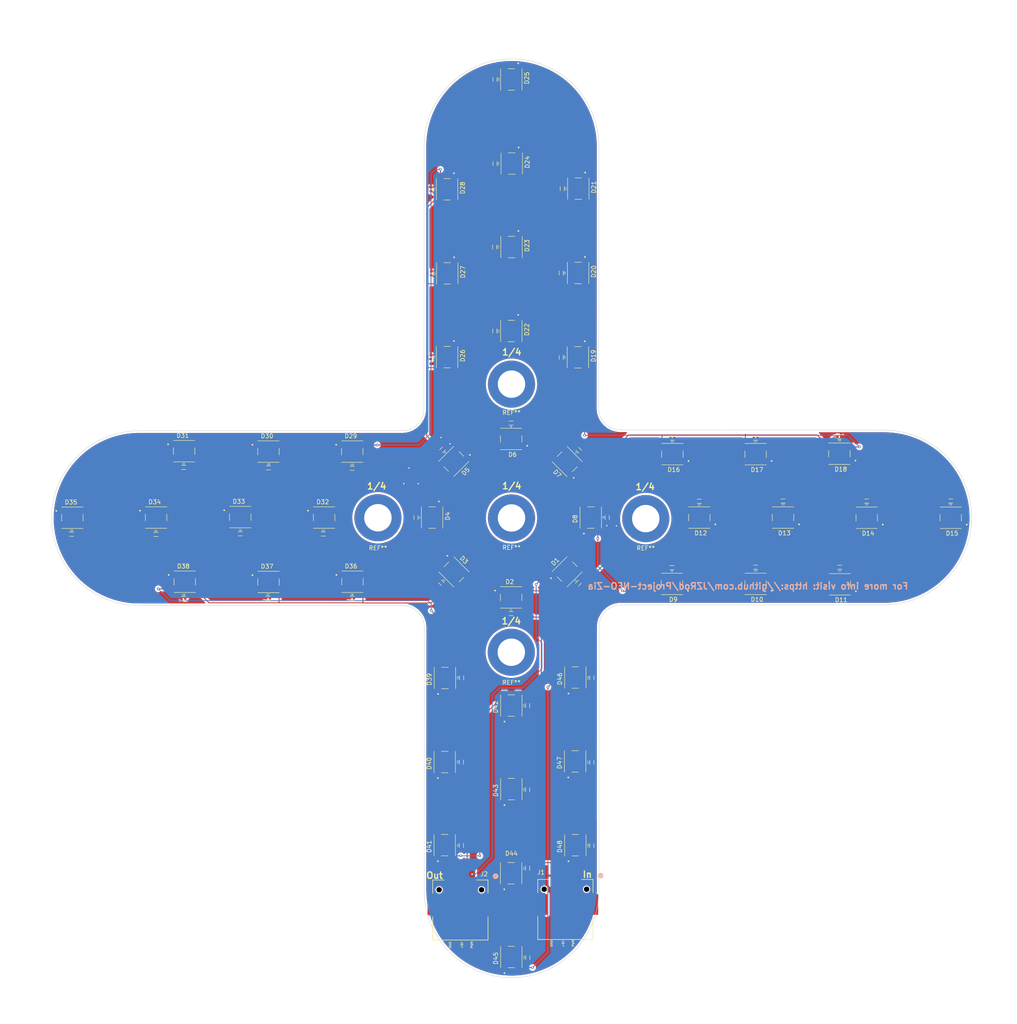
<source format=kicad_pcb>
(kicad_pcb (version 20241229) (generator "pcbnew") (generator_version "9.0")
  (title_block (title "Project NEO Zia") (date "5/17/2025") (rev "1.5"))
  (layers (0 "F.Cu" signal) (2 "B.Cu" signal) (13 "F.Paste" user) (15 "B.Paste" user) (5 "F.SilkS" user "F.Silkscreen") (7 "B.SilkS" user "B.Silkscreen") (1 "F.Mask" user) (3 "B.Mask" user) (25 "Edge.Cuts" user))
  (net 0 "")
  (net 1 "Net-(D1-DIN)")
  (net 2 "GND")
  (net 3 "Net-(D1-DOUT)")
  (net 4 "+5V")
  (net 5 "Net-(D2-DIN)")
  (net 6 "Net-(D10-DIN)")
  (net 7 "Net-(D3-DIN)")
  (net 8 "Net-(D5-DIN)")
  (net 9 "Net-(D6-DIN)")
  (net 10 "Net-(D4-DIN)")
  (net 11 "Net-(D7-DIN)")
  (net 12 "Net-(D10-DOUT)")
  (net 13 "Net-(D17-DIN)")
  (net 14 "Net-(D11-DIN)")
  (net 15 "Net-(D8-DIN)")
  (net 16 "Net-(D18-DIN)")
  (net 17 "Net-(D12-DIN)")
  (net 18 "Net-(D13-DIN)")
  (net 19 "Net-(D19-DIN)")
  (net 20 "Net-(D14-DIN)")
  (net 21 "Net-(D15-DIN)")
  (net 22 "Net-(D16-DIN)")
  (net 23 "Net-(D20-DIN)")
  (net 24 "Net-(D27-DIN)")
  (net 25 "Net-(D21-DIN)")
  (net 26 "Net-(D28-DIN)")
  (net 27 "Net-(D22-DIN)")
  (net 28 "Net-(D29-DIN)")
  (net 29 "Net-(D23-DIN)")
  (net 30 "Net-(D24-DIN)")
  (net 31 "Net-(D25-DIN)")
  (net 32 "Net-(D26-DIN)")
  (net 33 "Net-(D30-DIN)")
  (net 34 "Net-(D34-DIN)")
  (net 35 "Net-(D31-DIN)")
  (net 36 "Net-(D32-DIN)")
  (net 37 "Net-(D37-DIN)")
  (net 38 "Net-(D33-DIN)")
  (net 39 "Net-(D38-DIN)")
  (net 40 "Net-(D36-DIN)")
  (net 41 "Net-(D39-DIN)")
  (net 42 "Net-(D40-DIN)")
  (net 43 "Net-(D41-DIN)")
  (net 44 "Net-(D42-DIN)")
  (net 45 "Net-(D43-DIN)")
  (net 46 "Net-(D44-DIN)")
  (net 47 "Net-(D45-DIN)")
  (net 48 "Net-(D46-DIN)")
  (net 49 "Net-(D47-DIN)")
  (net 50 "Net-(D48-DIN)")
  (net 51 "unconnected-(D35-DOUT-Pad4)")
  (footprint "CustomParts:LED_1655" (layer "F.Cu") (at 212.95 233.3625 90)
    (property "Reference" "D44")
    (property "Value" "1655 NeoPixel")
  )
  (footprint "CustomParts:LED_1655" (layer "F.Cu") (at 289.6125 135.4 180)
    (property "Reference" "D18")
    (property "Value" "1655 NeoPixel")
  )
  (footprint "CustomParts:CAPC1005X55N" (layer "F.Cu") (at 296 146.45)
    (property "Reference" "C14")
    (property "Value" "C_Small")
  )
  (footprint "CustomParts:LED_1655" (layer "F.Cu") (at 156.3 165.35)
    (property "Reference" "D37")
    (property "Value" "1655 NeoPixel")
  )
  (footprint "CustomParts:LED_1655" (layer "F.Cu") (at 228.65 73.4875 -90)
    (property "Reference" "D21")
    (property "Value" "1655 NeoPixel")
  )
  (footprint "CustomParts:CAPC1005X55N" (layer "F.Cu") (at 276.45 146.45)
    (property "Reference" "C13")
    (property "Value" "C_Small")
  )
  (footprint "CustomParts:CAPC1005X55N" (layer "F.Cu") (at 216.8 213.85 -90)
    (property "Reference" "C43")
    (property "Value" "C_Small")
  )
  (footprint "CustomParts:LED_1655" (layer "F.Cu") (at 228.6 93.2 -90)
    (property "Reference" "D20")
    (property "Value" "1655 NeoPixel")
  )
  (footprint "CustomParts:LED_1655" (layer "F.Cu") (at 231.55 150.3 90)
    (property "Reference" "D8")
    (property "Value" "1655 NeoPixel")
  )
  (footprint "CustomParts:CAPC1005X55N" (layer "F.Cu") (at 130 154.25 180)
    (property "Reference" "C34")
    (property "Value" "C_Small")
  )
  (footprint "CustomParts:CAPC1005X55N" (layer "F.Cu") (at 136.45 169.2 180)
    (property "Reference" "C38")
    (property "Value" "C_Small")
  )
  (footprint "CustomParts:CAPC1005X55N" (layer "F.Cu") (at 270.05 161.9)
    (property "Reference" "C10")
    (property "Value" "C_Small")
  )
  (footprint "CustomParts:CAPC1005X55N" (layer "F.Cu") (at 149.7 154.1 180)
    (property "Reference" "C33")
    (property "Value" "C_Small")
  )
  (footprint "CustomParts:CAPC1005X55N" (layer "F.Cu") (at 194.2 73.65 90)
    (property "Reference" "C28")
    (property "Value" "C_Small")
  )
  (footprint "CustomParts:CAPC1005X55N" (layer "F.Cu") (at 136.5 138.6 180)
    (property "Reference" "C31")
    (property "Value" "C_Small")
  )
  (footprint "CustomParts:CONN3_5-147278-2_TEC" (layer "F.Cu") (at 201.1 241.95 180)
    (property "Reference" "J2")
    (property "Value" "5-147278-2")
  )
  (footprint "CustomParts:LED_1655" (layer "F.Cu") (at 213 252.9125 90)
    (property "Reference" "D45")
    (property "Value" "1655 NeoPixel")
  )
  (footprint "CustomParts:LED_1655" (layer "F.Cu") (at 156.2875 134.9)
    (property "Reference" "D30")
    (property "Value" "1655 NeoPixel")
  )
  (footprint "CustomParts:LED_1655" (layer "F.Cu") (at 296 150.35 180)
    (property "Reference" "D14")
    (property "Value" "1655 NeoPixel")
  )
  (footprint "CustomParts:CAPC1005X55N" (layer "F.Cu") (at 209.1 87.15 90)
    (property "Reference" "C23")
    (property "Value" "C_Small")
  )
  (footprint "CustomParts:LED_1655" (layer "F.Cu") (at 175.85 134.9)
    (property "Reference" "D29")
    (property "Value" "1655 NeoPixel")
  )
  (footprint "CustomParts:CAPC1005X55N" (layer "F.Cu") (at 209.15 106.75 90)
    (property "Reference" "C22")
    (property "Value" "C_Small")
  )
  (footprint "CustomParts:LED_1655" (layer "F.Cu") (at 175.9 165.3)
    (property "Reference" "D36")
    (property "Value" "1655 NeoPixel")
  )
  (footprint "CustomParts:LED_1655" (layer "F.Cu") (at 130.05 150.3)
    (property "Reference" "D34")
    (property "Value" "1655 NeoPixel")
  )
  (footprint "CustomParts:CAPC1005X55N" (layer "F.Cu") (at 231.8 187.72 -90)
    (property "Reference" "C46")
    (property "Value" "C_Small")
  )
  (footprint "CustomParts:CAPC1005X55N" (layer "F.Cu") (at 250.6 131.75)
    (property "Reference" "C16")
    (property "Value" "C_Small")
  )
  (footprint "CustomParts:CAPC1005X55N" (layer "F.Cu") (at 289.7 161.9)
    (property "Reference" "C11")
    (property "Value" "C_Small")
  )
  (footprint "CustomParts:CAPC1005X55N" (layer "F.Cu") (at 228.75 134.6 -45)
    (property "Reference" "C7")
    (property "Value" "C_Small")
  )
  (footprint "CustomParts:CAPC1005X55N" (layer "F.Cu") (at 190.75 150.3 90)
    (property "Reference" "C4")
    (property "Value" "C_Small")
  )
  (footprint "CustomParts:LED_1655" (layer "F.Cu") (at 149.7 150.2)
    (property "Reference" "D33")
    (property "Value" "1655 NeoPixel")
  )
  (footprint "CustomParts:CAPC1005X55N" (layer "F.Cu") (at 270.05 131.75)
    (property "Reference" "C17")
    (property "Value" "C_Small")
  )
  (footprint "CustomParts:LED_1655" (layer "F.Cu") (at 289.7125 165.9 180)
    (property "Reference" "D11")
    (property "Value" "1655 NeoPixel")
  )
  (footprint "CustomParts:CAPC1005X55N" (layer "F.Cu") (at 228.675 165.625 -135)
    (property "Reference" "C1")
    (property "Value" "C_Small")
  )
  (footprint "CustomParts:CAPC1005X55N" (layer "F.Cu") (at 156.3 138.7 180)
    (property "Reference" "C30")
    (property "Value" "C_Small")
  )
  (footprint "CustomParts:CAPC1005X55N" (layer "F.Cu") (at 224.65 93.2 90)
    (property "Reference" "C20")
    (property "Value" "C_Small")
  )
  (footprint "CustomParts:LED_1655" (layer "F.Cu") (at 212.95 168.95)
    (property "Reference" "D2")
    (property "Value" "1655 NeoPixel")
  )
  (footprint "CustomParts:LED_1655" (layer "F.Cu") (at 228.55 112.8875 -90)
    (property "Reference" "D19")
    (property "Value" "1655 NeoPixel")
  )
  (footprint "CustomParts:LED_1655" (layer "F.Cu") (at 226.05 162.95 45)
    (property "Reference" "D1")
    (property "Value" "1655 NeoPixel")
  )
  (footprint "MountingHole:MountingHole_6.4mm_M6_DIN965_Pad" (layer "F.Cu") (at 213.05 119.15)
    (property "Reference" "REF**")
    (property "Value" "MountingHole_6.4mm_M6_DIN965_Pad")
  )
  (footprint "CustomParts:CAPC1005X55N" (layer "F.Cu") (at 216.85 253.05 -90)
    (property "Reference" "C45")
    (property "Value" "C_Small")
  )
  (footprint "CustomParts:LED_1655" (layer "F.Cu") (at 197.45 207.4 90)
    (property "Reference" "D40")
    (property "Value" "1655 NeoPixel")
  )
  (footprint "CustomParts:LED_1655" (layer "F.Cu") (at 213.05 87.1375 -90)
    (property "Reference" "D23")
    (property "Value" "1655 NeoPixel")
  )
  (footprint "CustomParts:CAPC1005X55N" (layer "F.Cu") (at 156.2 169.15 180)
    (property "Reference" "C37")
    (property "Value" "C_Small")
  )
  (footprint "CustomParts:LED_1655" (layer "F.Cu") (at 212.9625 131.95 180)
    (property "Reference" "D6")
    (property "Value" "1655 NeoPixel")
  )
  (footprint "CustomParts:LED_1655" (layer "F.Cu") (at 213 48 -90)
    (property "Reference" "D25")
    (property "Value" "1655 NeoPixel")
  )
  (footprint "CustomParts:CAPC1005X55N" (layer "F.Cu") (at 212.95 128.25)
    (property "Reference" "C6")
    (property "Value" "C_Small")
  )
  (footprint "CustomParts:LED_1655" (layer "F.Cu") (at 227.95 187.65 90)
    (property "Reference" "D46")
    (property "Value" "1655 NeoPixel")
  )
  (footprint "CustomParts:CAPC1005X55N" (layer "F.Cu") (at 209.2 67.65 90)
    (property "Reference" "C24")
    (property "Value" "C_Small")
  )
  (footprint "CustomParts:CAPC1005X55N" (layer "F.Cu") (at 196.675 165.525 135)
    (property "Reference" "C3")
    (property "Value" "C_Small")
  )
  (footprint "CustomParts:CAPC1005X55N" (layer "F.Cu") (at 231.8 207.45 -90)
    (property "Reference" "C47")
    (property "Value" "C_Small")
  )
  (footprint "CustomParts:LED_1655" (layer "F.Cu") (at 194.5 150.3 -90)
    (property "Reference" "D4")
    (property "Value" "1655 NeoPixel")
  )
  (footprint "CustomParts:CAPC1005X55N" (layer "F.Cu") (at 201.35 226.85 -90)
    (property "Reference" "C41")
    (property "Value" "C_Small")
  )
  (footprint "CustomParts:CAPC1005X55N" (layer "F.Cu") (at 224.9 73.5 90)
    (property "Reference" "C21")
    (property "Value" "C_Small")
  )
  (footprint "CustomParts:CAPC1005X55N" (layer "F.Cu") (at 216.8 194.2 -90)
    (property "Reference" "C42")
    (property "Value" "C_Small")
  )
  (footprint "CustomParts:CAPC1005X55N" (layer "F.Cu") (at 175.85 138.8 180)
    (property "Reference" "C29")
    (property "Value" "C_Small")
  )
  (footprint "MountingHole:MountingHole_6.4mm_M6_DIN965_Pad" (layer "F.Cu") (at 213 181.75)
    (property "Reference" "REF**")
    (property "Value" "MountingHole_6.4mm_M6_DIN965_Pad")
  )
  (footprint "CustomParts:LED_1655" (layer "F.Cu") (at 199.601041 163.013782 -45)
    (property "Reference" "D3")
    (property "Value" "1655 NeoPixel")
  )
  (footprint "CustomParts:CAPC1005X55N" (layer "F.Cu") (at 169.1 154.15 180)
    (property "Reference" "C32")
    (property "Value" "C_Small")
  )
  (footprint "CustomParts:LED_1655" (layer "F.Cu") (at 226.05 137.25 135)
    (property "Reference" "D7")
    (property "Value" "1655 NeoPixel")
  )
  (footprint "CustomParts:CAPC1005X55N" (layer "F.Cu") (at 315.6 146.45)
    (property "Reference" "C15")
    (property "Value" "C_Small")
  )
  (footprint "CustomParts:CAPC1005X55N" (layer "F.Cu") (at 216.8 232.2 -90)
    (property "Reference" "C44")
    (property "Value" "C_Small")
  )
  (footprint "CustomParts:CAPC1005X55N" (layer "F.Cu") (at 224.65 112.9 90)
    (property "Reference" "C19")
    (property "Value" "C_Small")
  )
  (footprint "CustomParts:CAPC1005X55N" (layer "F.Cu") (at 196.925 134.5 45)
    (property "Reference" "C5")
    (property "Value" "C_Small")
  )
  (footprint "CustomParts:CONN3_5-147278-2_TEC" (layer "F.Cu") (at 225.631401 241.817091 180)
    (property "Reference" "J1")
    (property "Value" "5-147278-2")
  )
  (footprint "CustomParts:LED_1655" (layer "F.Cu") (at 227.9 207.25 90)
    (property "Reference" "D47")
    (property "Value" "1655 NeoPixel")
  )
  (footprint "CustomParts:LED_1655" (layer "F.Cu") (at 315.6 150.35 180)
    (property "Reference" "D15")
    (property "Value" "1655 NeoPixel")
  )
  (footprint "MountingHole:MountingHole_6.4mm_M6_DIN965_Pad" (layer "F.Cu") (at 244.4 150.55 180)
    (property "Reference" "REF**")
    (property "Value" "MountingHole_6.4mm_M6_DIN965_Pad")
  )
  (footprint "CustomParts:CAPC1005X55N" (layer "F.Cu") (at 201.4 187.75 -90)
    (property "Reference" "C39")
    (property "Value" "C_Small")
  )
  (footprint "CustomParts:LED_1655" (layer "F.Cu") (at 169.2875 150.3)
    (property "Reference" "D32")
    (property "Value" "1655 NeoPixel")
  )
  (footprint "MountingHole:MountingHole_6.4mm_M6_DIN965_Pad" (layer "F.Cu") (at 213.05 150.4)
    (property "Reference" "REF**")
    (property "Value" "MountingHole_6.4mm_M6_DIN965_Pad")
  )
  (footprint "CustomParts:CAPC1005X55N" (layer "F.Cu") (at 256.9 146.5)
    (property "Reference" "C12")
    (property "Value" "C_Small")
  )
  (footprint "CustomParts:LED_1655" (layer "F.Cu") (at 199.55 137.2 -135)
    (property "Reference" "D5")
    (property "Value" "1655 NeoPixel")
  )
  (footprint "CustomParts:LED_1655" (layer "F.Cu") (at 250.5125 165.8 180)
    (property "Reference" "D9")
    (property "Value" "1655 NeoPixel")
  )
  (footprint "CustomParts:CAPC1005X55N" (layer "F.Cu") (at 235.4 150.3 -90)
    (property "Reference" "C8")
    (property "Value" "C_Small")
  )
  (footprint "CustomParts:LED_1655" (layer "F.Cu") (at 213.1 67.6375 -90)
    (property "Reference" "D24")
    (property "Value" "1655 NeoPixel")
  )
  (footprint "CustomParts:CAPC1005X55N" (layer "F.Cu") (at 194.3 93.3 90)
    (property "Reference" "C27")
    (property "Value" "C_Small")
  )
  (footprint "CustomParts:CAPC1005X55N" (layer "F.Cu") (at 212.95 172.725 180)
    (property "Reference" "C2")
    (property "Value" "C_Small")
  )
  (footprint "CustomParts:LED_1655" (layer "F.Cu") (at 213 213.7125 90)
    (property "Reference" "D43")
    (property "Value" "1655 NeoPixel")
  )
  (footprint "CustomParts:LED_1655" (layer "F.Cu") (at 197.45 226.8 90)
    (property "Reference" "D41")
    (property "Value" "1655 NeoPixel")
  )
  (footprint "CustomParts:LED_1655" (layer "F.Cu") (at 276.45 150.3 180)
    (property "Reference" "D13")
    (property "Value" "1655 NeoPixel")
  )
  (footprint "CustomParts:CAPC1005X55N" (layer "F.Cu") (at 110.3 154.2 180)
    (property "Reference" "C35")
    (property "Value" "C_Small")
  )
  (footprint "CustomParts:LED_1655" (layer "F.Cu") (at 250.6125 135.5 180)
    (property "Reference" "D16")
    (property "Value" "1655 NeoPixel")
  )
  (footprint "CustomParts:CAPC1005X55N" (layer "F.Cu") (at 175.8 169.15 180)
    (property "Reference" "C36")
    (property "Value" "C_Small")
  )
  (footprint "CustomParts:CAPC1005X55N" (layer "F.Cu") (at 289.6 131.45)
    (property "Reference" "C18")
    (property "Value" "C_Small")
  )
  (footprint "CustomParts:CAPC1005X55N" (layer "F.Cu") (at 231.8 226.9 -90)
    (property "Reference" "C48")
    (property "Value" "C_Small")
  )
  (footprint "CustomParts:LED_1655" (layer "F.Cu") (at 198 112.8375 -90)
    (property "Reference" "D26")
    (property "Value" "1655 NeoPixel")
  )
  (footprint "CustomParts:LED_1655" (layer "F.Cu") (at 227.95 226.8125 90)
    (property "Reference" "D48")
    (property "Value" "1655 NeoPixel")
  )
  (footprint "CustomParts:LED_1655" (layer "F.Cu") (at 136.7375 165.3)
    (property "Reference" "D38")
    (property "Value" "1655 NeoPixel")
  )
  (footprint "CustomParts:CAPC1005X55N" (layer "F.Cu") (at 194.2 112.85 90)
    (property "Reference" "C26")
    (property "Value" "C_Small")
  )
  (footprint "CustomParts:LED_1655" (layer "F.Cu") (at 136.6 134.8)
    (property "Reference" "D31")
    (property "Value" "1655 NeoPixel")
  )
  (footprint "CustomParts:LED_1655" (layer "F.Cu") (at 213 106.75 -90)
    (property "Reference" "D22")
    (property "Value" "1655 NeoPixel")
  )
  (footprint "CustomParts:CAPC1005X55N" (layer "F.Cu") (at 201.35 207.4 -90)
    (property "Reference" "C40")
    (property "Value" "C_Small")
  )
  (footprint "CustomParts:LED_1655" (layer "F.Cu") (at 197.5 187.7625 90)
    (property "Reference" "D39")
    (property "Value" "1655 NeoPixel")
  )
  (footprint "CustomParts:LED_1655" (layer "F.Cu") (at 198 73.65 -90)
    (property "Reference" "D28")
    (property "Value" "1655 NeoPixel")
  )
  (footprint "CustomParts:CAPC1005X55N" (layer "F.Cu") (at 209.2 48 90)
    (property "Reference" "C25")
    (property "Value" "C_Small")
  )
  (footprint "CustomParts:LED_1655" (layer "F.Cu") (at 198.05 93.2875 -90)
    (property "Reference" "D27")
    (property "Value" "1655 NeoPixel")
  )
  (footprint "CustomParts:CAPC1005X55N" (layer "F.Cu") (at 250.5 162)
    (property "Reference" "C9")
    (property "Value" "C_Small")
  )
  (footprint "CustomParts:LED_1655" (layer "F.Cu") (at 270.05 135.5 180)
    (property "Reference" "D17")
    (property "Value" "1655 NeoPixel")
  )
  (footprint "MountingHole:MountingHole_6.4mm_M6_DIN965_Pad" (layer "F.Cu") (at 181.85 150.35)
    (property "Reference" "REF**")
    (property "Value" "MountingHole_6.4mm_M6_DIN965_Pad")
  )
  (footprint "CustomParts:LED_1655" (layer "F.Cu") (at 270.05 165.8 180)
    (property "Reference" "D10")
    (property "Value" "1655 NeoPixel")
  )
  (footprint "CustomParts:LED_1655" (layer "F.Cu") (at 110.5 150.35)
    (property "Reference" "D35")
    (property "Value" "1655 NeoPixel")
  )
  (footprint "CustomParts:LED_1655" (layer "F.Cu") (at 213 194.2 90)
    (property "Reference" "D42")
    (property "Value" "1655 NeoPixel")
  )
  (footprint "CustomParts:LED_1655" (layer "F.Cu") (at 256.9 150.3 180)
    (property "Reference" "D12")
    (property "Value" "1655 NeoPixel")
  )
  (gr_arc (start 126.05 170.85) (mid 105.65 150.45) (end 126.05 130.05) (stroke (width 0.1)) (layer "Edge.Cuts"))
  (gr_arc (start 233.45 237.35) (mid 213.05 257.75) (end 192.65 237.35) (stroke (width 0.1)) (layer "Edge.Cuts"))
  (gr_line (start 187.593755 170.9) (end 126.05 170.85) (stroke (width 0.1)) (layer "Edge.Cuts"))
  (gr_arc (start 233.506245 175.8) (mid 235 172.193755) (end 238.606245 170.7) (stroke (width 0.1)) (layer "Edge.Cuts"))
  (gr_arc (start 192.649755 63.600245) (mid 213.05 43.2) (end 233.450245 63.600245) (stroke (width 0.1)) (layer "Edge.Cuts"))
  (gr_line (start 300.1 129.9) (end 238.506245 129.843755) (stroke (width 0.1)) (layer "Edge.Cuts"))
  (gr_line (start 300.1 170.7) (end 238.606245 170.7) (stroke (width 0.1)) (layer "Edge.Cuts"))
  (gr_line (start 233.406245 124.75) (end 233.450245 63.600245) (stroke (width 0.1)) (layer "Edge.Cuts"))
  (gr_arc (start 192.6 124.95) (mid 191.106245 128.556245) (end 187.5 130.05) (stroke (width 0.1)) (layer "Edge.Cuts"))
  (gr_line (start 192.65 237.35) (end 192.693755 176) (stroke (width 0.1)) (layer "Edge.Cuts"))
  (gr_arc (start 238.506245 129.843755) (mid 234.898185 128.351847) (end 233.406245 124.7438) (stroke (width 0.1)) (layer "Edge.Cuts"))
  (gr_line (start 233.450245 237.349755) (end 233.506245 175.8) (stroke (width 0.1)) (layer "Edge.Cuts"))
  (gr_arc (start 187.593755 170.9) (mid 191.2 172.393755) (end 192.693755 176) (stroke (width 0.1)) (layer "Edge.Cuts"))
  (gr_arc (start 300.1 129.9) (mid 320.5 150.3) (end 300.1 170.7) (stroke (width 0.1)) (layer "Edge.Cuts"))
  (gr_line (start 187.5 130.05) (end 126.05 130.05) (stroke (width 0.1)) (layer "Edge.Cuts"))
  (gr_line (start 192.601217 124.95) (end 192.649755 63.600245) (stroke (width 0.1)) (layer "Edge.Cuts"))
  (gr_text "GND" (at 199.025 250.95 90) (layer "F.SilkS") (effects (font (size 0.5 0.5) (thickness 0.1) (bold yes)) (justify left bottom)))
  (gr_text "PWM" (at 204.075 250.95 90) (layer "F.SilkS") (effects (font (size 0.5 0.5) (thickness 0.1) (bold yes)) (justify left bottom)))
  (gr_text "1/4" (at 179.15 143.85 0) (layer "F.SilkS") (effects (font (size 1.5 1.5) (thickness 0.3) (bold yes)) (justify left bottom)))
  (gr_text "PWM" (at 227.725 250.6 90) (layer "F.SilkS") (effects (font (size 0.5 0.5) (thickness 0.1) (bold yes)) (justify left bottom)))
  (gr_text "1/4" (at 241.85 144 0) (layer "F.SilkS") (effects (font (size 1.5 1.5) (thickness 0.3) (bold yes)) (justify left bottom)))
  (gr_text "In" (at 229.525 234.525 0) (layer "F.SilkS") (effects (font (size 1.5 1.5) (thickness 0.3) (bold yes)) (justify left bottom)))
  (gr_text "1/4" (at 210.6 175.35 0) (layer "F.SilkS") (effects (font (size 1.5 1.5) (thickness 0.3) (bold yes)) (justify left bottom)))
  (gr_text "GND" (at 222.675 250.6 90) (layer "F.SilkS") (effects (font (size 0.5 0.5) (thickness 0.1) (bold yes)) (justify left bottom)))
  (gr_text "1/4" (at 210.7 112.55 0) (layer "F.SilkS") (effects (font (size 1.5 1.5) (thickness 0.3) (bold yes)) (justify left bottom)))
  (gr_text "Out" (at 193 234.75 0) (layer "F.SilkS") (effects (font (size 1.5 1.5) (thickness 0.3) (bold yes)) (justify left bottom)))
  (gr_text "1/4" (at 210.7 143.8 0) (layer "F.SilkS") (effects (font (size 1.5 1.5) (thickness 0.3) (bold yes)) (justify left bottom)))
  (gr_text "+5V" (at 225.4 250.65 90) (layer "F.SilkS") (effects (font (size 0.5 0.5) (thickness 0.1) (bold yes)) (justify left bottom)))
  (gr_text "+5V" (at 201.75 251 90) (layer "F.SilkS") (effects (font (size 0.5 0.5) (thickness 0.1) (bold yes)) (justify left bottom)))
  (gr_text "For more info visit: https://github.com/JZRod/Project-NEO-Zia" (at 305.825 167.2 0) (layer "B.SilkS") (effects (font (size 1.5 1.5) (thickness 0.3) (bold yes)) (justify left bottom mirror)))
  (segment (start 112.7 159.25) (end 108.05 154.6) (width 0.2) (layer "F.Cu") (net 0))
  (segment (start 173.85 159.25) (end 112.7 159.25) (width 0.2) (layer "F.Cu") (net 0))
  (segment (start 178.35 163.75) (end 173.85 159.25) (width 0.2) (layer "F.Cu") (net 0))
  (segment (start 108.05 154.6) (end 108.05 152) (width 0.2) (layer "F.Cu") (net 0))
  (segment (start 223.862741 167.4) (end 225.398959 165.863782) (width 0.2) (layer "F.Cu") (net 1))
  (segment (start 215.4 167.4) (end 223.862741 167.4) (width 0.2) (layer "F.Cu") (net 1))
  (via (at 187.9 142.4) (size 0.6) (drill 0.3) (layers "F.Cu" "B.Cu") (net 2))
  (via (at 196.6 131.6) (size 0.6) (drill 0.3) (layers "F.Cu" "B.Cu") (net 2))
  (via (at 189.1 138.75) (size 0.6) (drill 0.3) (layers "F.Cu" "B.Cu") (net 2))
  (via (at 191.25 142.4) (size 0.6) (drill 0.3) (layers "F.Cu" "B.Cu") (net 2))
  (via (at 237.55 152.25) (size 0.6) (drill 0.3) (layers "F.Cu" "B.Cu") (net 2))
  (via (at 235.3 152.2) (size 0.6) (drill 0.3) (layers "F.Cu" "B.Cu") (net 2))
  (via (at 198.7 133.1) (size 0.6) (drill 0.3) (layers "F.Cu" "B.Cu") (net 2))
  (segment (start 203.85 233.575) (end 203.865 233.59) (width 0.2) (layer "F.Cu") (net 3))
  (segment (start 226.601041 160.136218) (end 224.563782 160.136218) (width 0.2) (layer "F.Cu") (net 3))
  (segment (start 203.865 233.59) (end 203.865 235.975) (width 0.2) (layer "F.Cu") (net 3))
  (segment (start 218.8 165.9) (end 224.563782 160.136218) (width 0.2) (layer "F.Cu") (net 3))
  (via (at 203.85 233.575) (size 0.6) (drill 0.3) (layers "F.Cu" "B.Cu") (net 3))
  (via (at 218.8 165.9) (size 0.6) (drill 0.3) (layers "F.Cu" "B.Cu") (net 3))
  (segment (start 210.2 190.1) (end 208.55 191.75) (width 0.2) (layer "B.Cu") (net 3))
  (segment (start 208.55 191.75) (end 208.55 229.65) (width 0.2) (layer "B.Cu") (net 3))
  (segment (start 220.15 185.6) (end 215.65 190.1) (width 0.2) (layer "B.Cu") (net 3))
  (segment (start 220.15 179.55) (end 220.15 185.6) (width 0.2) (layer "B.Cu") (net 3))
  (segment (start 215.65 190.1) (end 210.2 190.1) (width 0.2) (layer "B.Cu") (net 3))
  (segment (start 218.8 165.9) (end 218.8 178.2) (width 0.2) (layer "B.Cu") (net 3))
  (segment (start 208.55 229.65) (end 206.075 232.125) (width 0.2) (layer "B.Cu") (net 3))
  (segment (start 206.075 232.15) (end 204.65 233.575) (width 0.2) (layer "B.Cu") (net 3))
  (segment (start 206.075 232.125) (end 206.075 232.15) (width 0.2) (layer "B.Cu") (net 3))
  (segment (start 218.8 178.2) (end 220.15 179.55) (width 0.2) (layer "B.Cu") (net 3))
  (segment (start 204.65 233.575) (end 203.85 233.575) (width 0.2) (layer "B.Cu") (net 3))
  (segment (start 177.05 157.15) (end 189.65 157.15) (width 0.2) (layer "F.Cu") (net 4))
  (segment (start 232.749 205.05) (end 232.749 185.25) (width 0.2) (layer "F.Cu") (net 4))
  (segment (start 293.65 145.6) (end 310.1 145.6) (width 0.2) (layer "F.Cu") (net 4))
  (segment (start 293.6 148.7) (end 293.6 145.65) (width 0.2) (layer "F.Cu") (net 4))
  (segment (start 178.3 136.55) (end 178.3 140.15) (width 0.2) (layer "F.Cu") (net 4))
  (segment (start 201.1 232.1) (end 202.7 230.5) (width 0.2) (layer "F.Cu") (net 4))
  (segment (start 171.8 155.45) (end 152.25 155.45) (width 0.2) (layer "F.Cu") (net 4))
  (segment (start 193.343935 115.3) (end 193.293935 115.25) (width 0.2) (layer "F.Cu") (net 4))
  (segment (start 171.75 151.95) (end 171.75 155.4) (width 0.2) (layer "F.Cu") (net 4))
  (segment (start 176.28 138.8) (end 176.28 138.57) (width 0.2) (layer "F.Cu") (net 4))
  (segment (start 202.75 173.15) (end 202.75 185.3) (width 0.2) (layer "F.Cu") (net 4))
  (segment (start 130.48 154.25) (end 132.55 152.18) (width 0.2) (layer "F.Cu") (net 4))
  (segment (start 142.4 170.2) (end 139.15 166.95) (width 0.2) (layer "F.Cu") (net 4))
  (segment (start 218.15 211.3) (end 218.2 211.25) (width 0.2) (layer "F.Cu") (net 4))
  (segment (start 196 133.95) (end 194.425 135.525) (width 0.2) (layer "F.Cu") (net 4))
  (segment (start 287.25 164.3) (end 289.27 162.28) (width 0.2) (layer "F.Cu") (net 4))
  (segment (start 232.749 204.9) (end 232.749 205.05) (width 0.2) (layer "F.Cu") (net 4))
  (segment (start 227.835178 132.1) (end 227.85 132.1) (width 0.2) (layer "F.Cu") (net 4))
  (segment (start 214.83 250.5) (end 214.6 250.5) (width 0.2) (layer "F.Cu") (net 4))
  (segment (start 193.292688 113.75) (end 193.277684 95.7) (width 0.2) (layer "F.Cu") (net 4))
  (segment (start 197.05 167.45) (end 202.75 173.15) (width 0.2) (layer "F.Cu") (net 4))
  (segment (start 310.1 145.6) (end 313.2 148.7) (width 0.2) (layer "F.Cu") (net 4))
  (segment (start 288.4 131.45) (end 289.22 131.45) (width 0.2) (layer "F.Cu") (net 4))
  (segment (start 197 167.4) (end 197.05 167.45) (width 0.2) (layer "F.Cu") (net 4))
  (segment (start 222.3 173.55) (end 229.575 166.275) (width 0.2) (layer "F.Cu") (net 4))
  (segment (start 208.2 109.2) (end 208.2 113.75) (width 0.2) (layer "F.Cu") (net 4))
  (segment (start 178.4 140.25) (end 177.85 140.25) (width 0.2) (layer "F.Cu") (net 4))
  (segment (start 229.104056 165.295944) (end 229.104056 162.639233) (width 0.2) (layer "F.Cu") (net 4))
  (segment (start 236.4 144.05) (end 236.4 140.65) (width 0.2) (layer "F.Cu") (net 4))
  (segment (start 216.62 213.32) (end 214.6 211.3) (width 0.2) (layer "F.Cu") (net 4))
  (segment (start 208.2 89.45) (end 208.2 89.25) (width 0.2) (layer "F.Cu") (net 4))
  (segment (start 193.250793 129.850851) (end 193.243935 121.6) (width 0.2) (layer "F.Cu") (net 4))
  (segment (start 209.2 68.03) (end 209.43 68.03) (width 0.2) (layer "F.Cu") (net 4))
  (segment (start 156.73 169.15) (end 156.73 168.97) (width 0.2) (layer "F.Cu") (net 4))
  (segment (start 152.15 151.9) (end 152.15 155.35) (width 0.2) (layer "F.Cu") (net 4))
  (segment (start 202.7 204.85) (end 202.7 223.275) (width 0.2) (layer "F.Cu") (net 4))
  (segment (start 287.2 132.65) (end 287.2 133.8) (width 0.2) (layer "F.Cu") (net 4))
  (segment (start 178.3 140.15) (end 178.4 140.25) (width 0.2) (layer "F.Cu") (net 4))
  (segment (start 274 148.7) (end 274 145.6) (width 0.2) (layer "F.Cu") (net 4))
  (segment (start 274 148.7) (end 276.02 146.68) (width 0.2) (layer "F.Cu") (net 4))
  (segment (start 256.42 146.68) (end 254.4 148.7) (width 0.2) (layer "F.Cu") (net 4))
  (segment (start 208.2 89.25) (end 208.2 109.2) (width 0.2) (layer "F.Cu") (net 4))
  (segment (start 136.98 169.12) (end 139.15 166.95) (width 0.2) (layer "F.Cu") (net 4))
  (segment (start 193.267168 77.982832) (end 195.15 76.1) (width 0.2) (layer "F.Cu") (net 4))
  (segment (start 236.4 147.85) (end 236.4 144.05) (width 0.2) (layer "F.Cu") (net 4))
  (segment (start 194.425 135.539823) (end 194.425 135.525) (width 0.2) (layer "F.Cu") (net 4))
  (segment (start 178.35 170.25) (end 194.25 170.25) (width 0.2) (layer "F.Cu") (net 4))
  (segment (start 194.2 113.28) (end 193.762688 113.28) (width 0.2) (layer "F.Cu") (net 4))
  (segment (start 267.65 133.62) (end 269.67 131.6) (width 0.2) (layer "F.Cu") (net 4))
  (segment (start 214.6 191.7) (end 218.15 191.7) (width 0.2) (layer "F.Cu") (net 4))
  (segment (start 196.45 95.7) (end 193.277684 95.7) (width 0.2) (layer "F.Cu") (net 4))
  (segment (start 249.85 145.6) (end 248.3 144.05) (width 0.2) (layer "F.Cu") (net 4))
  (segment (start 229.55 223.299) (end 229.55 224.4) (width 0.2) (layer "F.Cu") (net 4))
  (segment (start 254.4 145.6) (end 274 145.6) (width 0.2) (layer "F.Cu") (net 4))
  (segment (start 177.85 140.25) (end 158.85 140.25) (width 0.2) (layer "F.Cu") (net 4))
  (segment (start 201.17 187.37) (end 199.15 185.35) (width 0.2) (layer "F.Cu") (net 4))
  (segment (start 196.4 115.3) (end 193.343935 115.3) (width 0.2) (layer "F.Cu") (net 4))
  (segment (start 267.65 164.2) (end 267.65 159.55) (width 0.2) (layer "F.Cu") (net 4))
  (segment (start 287.2 132.65) (end 288.4 131.45) (width 0.2) (layer "F.Cu") (net 4))
  (segment (start 150.08 154.1) (end 150.08 153.97) (width 0.2) (layer "F.Cu") (net 4))
  (segment (start 247.95 159.45) (end 248.05 159.55) (width 0.2) (layer "F.Cu") (net 4))
  (segment (start 232.749 185.25) (end 232.749 169.449) (width 0.2) (layer "F.Cu") (net 4))
  (segment (start 250.22 131.65) (end 250.22 131.88) (width 0.2) (layer "F.Cu") (net 4))
  (segment (start 176.33 168.97) (end 178.35 166.95) (width 0.2) (layer "F.Cu") (net 4))
  (segment (start 202.8 127.15) (end 196 133.95) (width 0.2) (layer "F.Cu") (net 4))
  (segment (start 202.7 185.35) (end 202.7 204.85) (width 0.2) (layer "F.Cu") (net 4))
  (segment (start 216.425 236.475) (end 218.2 234.7) (width 0.2) (layer "F.Cu") (net 4))
  (segment (start 218.2 230.95) (end 218.2 230.1) (width 0.2) (layer "F.Cu") (net 4))
  (segment (start 158.75 166.95) (end 158.75 170.2) (width 0.2) (layer "F.Cu") (net 4))
  (segment (start 197 167.4) (end 198.614823 167.4) (width 0.2) (layer "F.Cu") (net 4))
  (segment (start 216.8 193.72) (end 216.62 193.72) (width 0.2) (layer "F.Cu") (net 4))
  (segment (start 227 95.65) (end 222.95 95.65) (width 0.2) (layer "F.Cu") (net 4))
  (segment (start 211.45 89.6) (end 208.35 89.6) (width 0.2) (layer "F.Cu") (net 4))
  (segment (start 202.7 230.5) (end 202.7 223.275) (width 0.2) (layer "F.Cu") (net 4))
  (segment (start 156.83 138.7) (end 156.83 138.42) (width 0.2) (layer "F.Cu") (net 4))
  (segment (start 189.65 160.05) (end 197 167.4) (width 0.2) (layer "F.Cu") (net 4))
  (segment (start 254.4 145.6) (end 249.85 145.6) (width 0.2) (layer "F.Cu") (net 4))
  (segment (start 250.22 131.88) (end 248.2 133.9) (width 0.2) (layer "F.Cu") (net 4))
  (segment (start 199.05 224.39) (end 202.69 224.39) (width 0.2) (layer "F.Cu") (net 4))
  (segment (start 209.1 87.58) (end 209.43 87.58) (width 0.2) (layer "F.Cu") (net 4))
  (segment (start 210.55 130.4) (end 210.55 127.15) (width 0.2) (layer "F.Cu") (net 4))
  (segment (start 150.08 153.97) (end 152.15 151.9) (width 0.2) (layer "F.Cu") (net 4))
  (segment (start 136.98 169.2) (end 136.98 169.12) (width 0.2) (layer "F.Cu") (net 4))
  (segment (start 217.85 230.9) (end 218.15 230.9) (width 0.2) (layer "F.Cu") (net 4))
  (segment (start 222.95 80) (end 227.05 75.9) (width 0.2) (layer "F.Cu") (net 4))
  (segment (start 225.631401 233.920409) (end 225.631401 232.781401) (width 0.2) (layer "F.Cu") (net 4))
  (segment (start 236.4 159.45) (end 247.95 159.45) (width 0.2) (layer "F.Cu") (net 4))
  (segment (start 233.2 147.85) (end 236.4 147.85) (width 0.2) (layer "F.Cu") (net 4))
  (segment (start 201.35 206.92) (end 201.12 206.92) (width 0.2) (layer "F.Cu") (net 4))
  (segment (start 227.05 75.9) (end 225.03 73.88) (width 0.2) (layer "F.Cu") (net 4))
  (segment (start 208.25 70.05) (end 208.2 70) (width 0.2) (layer "F.Cu") (net 4))
  (segment (start 158.7 136.55) (end 158.7 140.1) (width 0.2) (layer "F.Cu") (net 4))
  (segment (start 215.4075 231.77) (end 214.55 230.9125) (width 0.2) (layer "F.Cu") (net 4))
  (segment (start 293.6 148.47) (end 295.62 146.45) (width 0.2) (layer "F.Cu") (net 4))
  (segment (start 132.55 155.45) (end 116.4 155.45) (width 0.2) (layer "F.Cu") (net 4))
  (segment (start 225.689234 134.245944) (end 225.49896 134.436218) (width 0.2) (layer "F.Cu") (net 4))
  (segment (start 201.03 226.37) (end 201.35 226.37) (width 0.2) (layer "F.Cu") (net 4))
  (segment (start 175.35 155.45) (end 177.05 157.15) (width 0.2) (layer "F.Cu") (net 4))
  (segment (start 209.38 107.18) (end 211.4 109.2) (width 0.2) (layer "F.Cu") (net 4))
  (segment (start 116.4 155.45) (end 112.95 152) (width 0.2) (layer "F.Cu") (net 4))
  (segment (start 214.6 230.9) (end 217.85 230.9) (width 0.2) (layer "F.Cu") (net 4))
  (segment (start 222.95 115.25) (end 222.95 95.65) (width 0.2) (layer "F.Cu") (net 4))
  (segment (start 177.85 140.25) (end 189.6 140.25) (width 0.2) (layer "F.Cu") (net 4))
  (segment (start 193.277684 95.7) (end 193.267168 83.049529) (width 0.2) (layer "F.Cu") (net 4))
  (segment (start 229.6 185.25) (end 232.749 185.25) (width 0.2) (layer "F.Cu") (net 4))
  (segment (start 137.03 138.47) (end 139.05 136.45) (width 0.2) (layer "F.Cu") (net 4))
  (segment (start 158.75 170.2) (end 142.4 170.2) (width 0.2) (layer "F.Cu") (net 4))
  (segment (start 201.4 187.37) (end 201.17 187.37) (width 0.2) (layer "F.Cu") (net 4))
  (segment (start 315.22 146.68) (end 315.22 146.45) (width 0.2) (layer "F.Cu") (net 4))
  (segment (start 229.9 134.15) (end 237.25 134.15) (width 0.2) (layer "F.Cu") (net 4))
  (segment (start 250.07 162.28) (end 248.05 164.3) (width 0.2) (layer "F.Cu") (net 4))
  (segment (start 205.85 127.15) (end 202.8 127.15) (width 0.2) (layer "F.Cu") (net 4))
  (segment (start 176.28 138.57) (end 178.3 136.55) (width 0.2) (layer "F.Cu") (net 4))
  (segment (start 178.3 170.2) (end 158.75 170.2) (width 0.2) (layer "F.Cu") (net 4))
  (segment (start 231.175 164.675) (end 236.4 159.45) (width 0.2) (layer "F.Cu") (net 4))
  (segment (start 209.43 68.03) (end 211.45 70.05) (width 0.2) (layer "F.Cu") (net 4))
  (segment (start 190.88 150.78) (end 192.9 152.8) (width 0.2) (layer "F.Cu") (net 4))
  (segment (start 269.67 162.18) (end 267.65 164.2) (width 0.2) (layer "F.Cu") (net 4))
  (segment (start 171.8 155.45) (end 175.35 155.45) (width 0.2) (layer "F.Cu") (net 4))
  (segment (start 190.75 150.78) (end 190.88 150.78) (width 0.2) (layer "F.Cu") (net 4))
  (segment (start 274 145.6) (end 293.65 145.6) (width 0.2) (layer "F.Cu") (net 4))
  (segment (start 250.07 162) (end 250.07 162.28) (width 0.2) (layer "F.Cu") (net 4))
  (segment (start 293.6 145.65) (end 293.65 145.6) (width 0.2) (layer "F.Cu") (net 4))
  (segment (start 248.3 144.05) (end 236.4 144.05) (width 0.2) (layer "F.Cu") (net 4))
  (segment (start 225.49896 134.436218) (end 227.835178 132.1) (width 0.2) (layer "F.Cu") (net 4))
  (segment (start 289.27 162.28) (end 289.27 161.95) (width 0.2) (layer "F.Cu") (net 4))
  (segment (start 223 115.35) (end 222.95 115.4) (width 0.2) (layer "F.Cu") (net 4))
  (segment (start 178.3 170.2) (end 178.35 170.25) (width 0.2) (layer "F.Cu") (net 4))
  (segment (start 201.12 206.92) (end 199.1 204.9) (width 0.2) (layer "F.Cu") (net 4))
  (segment (start 199.05 224.39) (end 201.03 226.37) (width 0.2) (layer "F.Cu") (net 4))
  (segment (start 237.25 134.15) (end 240.401 130.999) (width 0.2) (layer "F.Cu") (net 4))
  (segment (start 192.9 152.8) (end 189.65 152.8) (width 0.2) (layer "F.Cu") (net 4))
  (segment (start 211.45 70.05) (end 208.25 70.05) (width 0.2) (layer "F.Cu") (net 4))
  (segment (start 256.42 146.5) (end 256.42 146.68) (width 0.2) (layer "F.Cu") (net 4))
  (segment (start 132.55 151.9) (end 132.55 155.45) (width 0.2) (layer "F.Cu") (net 4))
  (segment (start 236.4 159.45) (end 236.4 147.85) (width 0.2) (layer "F.Cu") (net 4))
  (segment (start 213.38 172.75) (end 213.38 172.62) (width 0.2) (layer "F.Cu") (net 4))
  (segment (start 231.57 187.22) (end 229.6 185.25) (width 0.2) (layer "F.Cu") (net 4))
  (segment (start 282.5 159.55) (end 287.25 164.3) (width 0.2) (layer "F.Cu") (net 4))
  (segment (start 267.65 133.9) (end 267.65 133.62) (width 0.2) (layer "F.Cu") (net 4))
  (segment (start 229.575 166.275) (end 231.175 164.675) (width 0.2) (layer "F.Cu") (net 4))
  (segment (start 169.63 154.07) (end 171.75 151.95) (width 0.2) (layer "F.Cu") (net 4))
  (segment (start 224.65 93.63) (end 224.98 93.63) (width 0.2) (layer "F.Cu") (net 4))
  (segment (start 152.25 155.45) (end 132.55 155.45) (width 0.2) (layer "F.Cu") (net 4))
  (segment (start 231.62 206.92) (end 229.55 204.85) (width 0.2) (layer "F.Cu") (net 4))
  (segment (start 199.1 204.9) (end 202.65 204.9) (width 0.2) (layer "F.Cu") (net 4))
  (segment (start 193.267168 83.049529) (end 193.267168 77.982832) (width 0.2) (layer "F.Cu") (net 4))
  (segment (start 231.8 187.22) (end 231.57 187.22) (width 0.2) (layer "F.Cu") (net 4))
  (segment (start 214.6 250.4625) (end 216.425 248.6375) (width 0.2) (layer "F.Cu") (net 4))
  (segment (start 269.67 161.9) (end 269.67 162.18) (width 0.2) (layer "F.Cu") (net 4))
  (segment (start 194.48 74.13) (end 194.2 74.13) (width 0.2) (layer "F.Cu") (net 4))
  (segment (start 199.15 185.35) (end 202.7 185.35) (width 0.2) (layer "F.Cu") (net 4))
  (segment (start 193.243935 115.3) (end 193.293935 115.25) (width 0.2) (layer "F.Cu") (net 4))
  (segment (start 198.614823 167.4) (end 200.151041 165.863782) (width 0.2) (layer "F.Cu") (net 4))
  (segment (start 209.15 107.18) (end 209.38 107.18) (width 0.2) (layer "F.Cu") (net 4))
  (segment (start 216.62 193.72) (end 214.6 191.7) (width 0.2) (layer "F.Cu") (net 4))
  (segment (start 137.03 138.65) (end 137.03 138.47) (width 0.2) (layer "F.Cu") (net 4))
  (segment (start 193.293935 115.25) (end 193.292688 113.75) (width 0.2) (layer "F.Cu") (net 4))
  (segment (start 293.6 148.7) (end 293.6 148.47) (width 0.2) (layer "F.Cu") (net 4))
  (segment (start 313.2 148.7) (end 315.22 146.68) (width 0.2) (layer "F.Cu") (net 4))
  (segment (start 209.43 48.43) (end 209.2 48.43) (width 0.2) (layer "F.Cu") (net 4))
  (segment (start 215.4 170.6) (end 215.4 170.65) (width 0.2) (layer "F.Cu") (net 4))
  (segment (start 189.65 140.3) (end 189.65 152.8) (width 0.2) (layer "F.Cu") (net 4))
  (segment (start 232.749 169.449) (end 229.575 166.275) (width 0.2) (layer "F.Cu") (net 4))
  (segment (start 248.05 159.55) (end 267.65 159.55) (width 0.2) (layer "F.Cu") (net 4))
  (segment (start 235.22 149.87) (end 233.2 147.85) (width 0.2) (layer "F.Cu") (net 4))
  (segment (start 201.1 234.053318) (end 201.1 232.1) (width 0.2) (layer "F.Cu") (net 4))
  (segment (start 229.55 224.4) (end 229.78 224.4) (width 0.2) (layer "F.Cu") (net 4))
  (segment (start 267.65 133.9) (end 267.65 130.8) (width 0.2) (layer "F.Cu") (net 4))
  (segment (start 220 173.55) (end 222.3 173.55) (width 0.2) (layer "F.Cu") (net 4))
  (segment (start 231.8 206.92) (end 231.62 206.92) (width 0.2) (layer "F.Cu") (net 4))
  (segment (start 196.686218 137.801041) (end 194.425 135.539823) (width 0.2) (layer "F.Cu") (net 4))
  (segment (start 231.139823 164.675) (end 231.175 164.675) (width 0.2) (layer "F.Cu") (net 4))
  (segment (start 211.45 50.45) (end 209.43 48.43) (width 0.2) (layer "F.Cu") (net 4))
  (segment (start 209.43 87.58) (end 211.45 89.6) (width 0.2) (layer "F.Cu") (net 4))
  (segment (start 189.6 140.25) (end 189.65 140.3) (width 0.2) (layer "F.Cu") (net 4))
  (segment (start 232.699 204.85) (end 232.749 204.9) (width 0.2) (layer "F.Cu") (net 4))
  (segment (start 220 188.75) (end 220 173.55) (width 0.2) (layer "F.Cu") (net 4))
  (segment (start 110.83 154.12) (end 112.95 152) (width 0.2) (layer "F.Cu") (net 4))
  (segment (start 196.545944 137.660767) (end 196.686218 137.801041) (width 0.2) (layer "F.Cu") (net 4))
  (segment (start 194.43 93.68) (end 196.45 95.7) (width 0.2) (layer "F.Cu") (net 4))
  (segment (start 248.2 133.9) (end 248.2 130.999) (width 0.2) (layer "F.Cu") (net 4))
  (segment (start 132.55 152.18) (end 132.55 151.9) (width 0.2) (layer "F.Cu") (net 4))
  (segment (start 222.9 115.3) (end 222.95 115.25) (width 0.2) (layer "F.Cu") (net 4))
  (segment (start 225.631401 232.781401) (end 223.75 230.9) (width 0.2) (layer "F.Cu") (net 4))
  (segment (start 208.2 113.75) (end 205.85 116.1) (width 0.2) (layer "F.Cu") (net 4))
  (segment (start 213.38 172.62) (end 215.4 170.6) (width 0.2) (layer "F.Cu") (net 4))
  (segment (start 222.9 127.15) (end 210.55 127.15) (width 0.2) (layer "F.Cu") (net 4))
  (segment (start 193.250793 131.200793) (end 193.250793 129.850851) (width 0.2) (layer "F.Cu") (net 4))
  (segment (start 200.110767 165.904056) (end 200.151041 165.863782) (width 0.2) (layer "F.Cu") (net 4))
  (segment (start 225.03 73.88) (end 224.9 73.88) (width 0.2) (layer "F.Cu") (net 4))
  (segment (start 208.35 89.6) (end 208.2 89.45) (width 0.2) (layer "F.Cu") (net 4))
  (segment (start 156.73 168.97) (end 158.75 166.95) (width 0.2) (layer "F.Cu") (net 4))
  (segment (start 205.85 127.15) (end 210.55 127.15) (width 0.2) (layer "F.Cu") (net 4))
  (segment (start 248.05 164.3) (end 248.05 159.55) (width 0.2) (layer "F.Cu") (net 4))
  (segment (start 218.2 190.55) (end 220 188.75) (width 0.2) (layer "F.Cu") (net 4))
  (segment (start 284.399 130.999) (end 287.2 133.8) (width 0.2) (layer "F.Cu") (net 4))
  (segment (start 232.749 205.05) (end 232.749 220.1) (width 0.2) (layer "F.Cu") (net 4))
  (segment (start 195.15 76.1) (end 196.45 76.1) (width 0.2) (layer "F.Cu") (net 4))
  (segment (start 176.33 169.15) (end 176.33 168.97) (width 0.2) (layer "F.Cu") (net 4))
  (segment (start 208.2 89.25) (end 208.2 70) (width 0.2) (layer "F.Cu") (net 4))
  (segment (start 216.8 231.77) (end 215.4075 231.77) (width 0.2) (layer "F.Cu") (net 4))
  (segment (start 216.85 252.52) (end 214.83 250.5) (width 0.2) (layer "F.Cu") (net 4))
  (segment (start 208.2 70) (end 208.2 53.7) (width 0.2) (layer "F.Cu") (net 4))
  (segment (start 216.8 213.32) (end 216.62 213.32) (width 0.2) (layer "F.Cu") (net 4))
  (segment (start 218.2 230.1) (end 218.2 211.25) (width 0.2) (layer "F.Cu") (net 4))
  (segment (start 267.65 159.55) (end 282.5 159.55) (width 0.2) (layer "F.Cu") (net 4))
  (segment (start 158.85 140.25) (end 142.85 140.25) (width 0.2) (layer "F.Cu") (net 4))
  (segment (start 197.054056 165.904056) (end 200.110767 165.904056) (width 0.2) (layer "F.Cu") (net 4))
  (segment (start 189.65 152.8) (end 189.65 157.15) (width 0.2) (layer "F.Cu") (net 4))
  (segment (start 227.85 132.1) (end 222.9 127.15) (width 0.2) (layer "F.Cu") (net 4))
  (segment (start 276.02 146.68) (end 276.02 146.45) (width 0.2) (layer "F.Cu") (net 4))
  (segment (start 110.83 154.2) (end 110.83 154.12) (width 0.2) (layer "F.Cu") (net 4))
  (segment (start 222.95 115.4) (end 222.95 115.25) (width 0.2) (layer "F.Cu") (net 4))
  (segment (start 232.749 220.1) (end 229.55 223.299) (width 0.2) (layer "F.Cu") (net 4))
  (segment (start 218.3 173.55) (end 220 173.55) (width 0.2) (layer "F.Cu") (net 4))
  (segment (start 248.2 130.999) (end 284.399 130.999) (width 0.2) (layer "F.Cu") (net 4))
  (segment (start 240.401 130.999) (end 248.2 130.999) (width 0.2) (layer "F.Cu") (net 4))
  (segment (start 208.2 53.7) (end 211.45 50.45) (width 0.2) (layer "F.Cu") (net 4))
  (segment (start 229.55 204.85) (end 232.699 204.85) (width 0.2) (layer "F.Cu") (net 4))
  (segment (start 229.825 134.075) (end 229.9 134.15) (width 0.2) (layer "F.Cu") (net 4))
  (segment (start 229.78 224.4) (end 231.8 226.42) (width 0.2) (layer "F.Cu") (net 4))
  (segment (start 224.65 113.33) (end 226.67 115.35) (width 0.2) (layer "F.Cu") (net 4))
  (segment (start 228.395944 134.245944) (end 225.689234 134.245944) (width 0.2) (layer "F.Cu") (net 4))
  (segment (start 214.83 230.9) (end 214.6 230.9) (width 0.2) (layer "F.Cu") (net 4))
  (segment (start 216.425 248.6375) (end 216.425 236.475) (width 0.2) (layer "F.Cu") (net 4))
  (segment (start 196 133.95) (end 193.250793 131.200793) (width 0.2) (layer "F.Cu") (net 4))
  (segment (start 178.35 166.95) (end 178.35 170.15) (width 0.2) (layer "F.Cu") (net 4))
  (segment (start 228.863782 162.398959) (end 231.139823 164.675) (width 0.2) (layer "F.Cu") (net 4))
  (segment (start 171.75 155.4) (end 171.8 155.45) (width 0.2) (layer "F.Cu") (net 4))
  (segment (start 222.9 127.15) (end 222.9 115.3) (width 0.2) (layer "F.Cu") (net 4))
  (segment (start 205.85 116.1) (end 205.85 127.15) (width 0.2) (layer "F.Cu") (net 4))
  (segment (start 218.2 234.7) (end 218.2 230.1) (width 0.2) (layer "F.Cu") (net 4))
  (segment (start 236.4 140.65) (end 229.825 134.075) (width 0.2) (layer "F.Cu") (net 4))
  (segment (start 229.825 134.075) (end 227.85 132.1) (width 0.2) (layer "F.Cu") (net 4))
  (segment (start 152.15 155.35) (end 152.25 155.45) (width 0.2) (layer "F.Cu") (net 4))
  (segment (start 211.4 109.2) (end 208.2 109.2) (width 0.2) (layer "F.Cu") (net 4))
  (segment (start 194.25 170.25) (end 197.05 167.45) (width 0.2) (layer "F.Cu") (net 4))
  (segment (start 202.7 223.275) (end 202.7 224.4) (width 0.2) (layer "F.Cu") (net 4))
  (segment (start 194.425 135.525) (end 189.65 140.3) (width 0.2) (layer "F.Cu") (net 4))
  (segment (start 218.2 211.25) (end 218.2 191.75) (width 0.2) (layer "F.Cu") (net 4))
  (segment (start 194.3 93.68) (end 194.43 93.68) (width 0.2) (layer "F.Cu") (net 4))
  (segment (start 158.7 140.1) (end 158.85 140.25) (width 0.2) (layer "F.Cu") (net 4))
  (segment (start 193.243935 121.6) (end 193.243935 115.3) (width 0.2) (layer "F.Cu") (net 4))
  (segment (start 218.2 191.75) (end 218.2 190.55) (width 0.2) (layer "F.Cu") (net 4))
  (segment (start 222.95 95.65) (end 222.95 80) (width 0.2) (layer "F.Cu") (net 4))
  (segment (start 142.85 140.25) (end 139.05 136.45) (width 0.2) (layer "F.Cu") (net 4))
  (segment (start 223.75 230.9) (end 217.85 230.9) (width 0.2) (layer "F.Cu") (net 4))
  (segment (start 202.69 224.39) (end 202.7 224.4) (width 0.2) (layer "F.Cu") (net 4))
  (segment (start 215.4 170.65) (end 218.3 173.55) (width 0.2) (layer "F.Cu") (net 4))
  (segment (start 169.63 154.15) (end 169.63 154.07) (width 0.2) (layer "F.Cu") (net 4))
  (segment (start 202.65 204.9) (end 202.7 204.85) (width 0.2) (layer "F.Cu") (net 4))
  (segment (start 212.57 128.38) (end 210.55 130.4) (width 0.2) (layer "F.Cu") (net 4))
  (segment (start 224.98 93.63) (end 227 95.65) (width 0.2) (layer "F.Cu") (net 4))
  (segment (start 226.95 115.35) (end 223 115.35) (width 0.2) (layer "F.Cu") (net 4))
  (segment (start 254.4 148.7) (end 254.4 145.6) (width 0.2) (layer "F.Cu") (net 4))
  (segment (start 229.104056 162.639233) (end 228.863782 162.398959) (width 0.2) (layer "F.Cu") (net 4))
  (segment (start 212.57 128.25) (end 212.57 128.38) (width 0.2) (layer "F.Cu") (net 4))
  (segment (start 178.35 170.15) (end 178.3 170.2) (width 0.2) (layer "F.Cu") (net 4))
  (segment (start 214.6 211.3) (end 218.15 211.3) (width 0.2) (layer "F.Cu") (net 4))
  (segment (start 226.67 115.35) (end 226.95 115.35) (width 0.2) (layer "F.Cu") (net 4))
  (segment (start 218.15 230.9) (end 218.2 230.95) (width 0.2) (layer "F.Cu") (net 4))
  (segment (start 196.545944 134.854056) (end 196.545944 137.660767) (width 0.2) (layer "F.Cu") (net 4))
  (segment (start 196.45 76.1) (end 194.48 74.13) (width 0.2) (layer "F.Cu") (net 4))
  (segment (start 156.83 138.42) (end 158.7 136.55) (width 0.2) (layer "F.Cu") (net 4))
  (segment (start 189.65 157.15) (end 189.65 160.05) (width 0.2) (layer "F.Cu") (net 4))
  (segment (start 218.15 191.7) (end 218.2 191.75) (width 0.2) (layer "F.Cu") (net 4))
  (segment (start 235.4 149.87) (end 235.22 149.87) (width 0.2) (layer "F.Cu") (net 4))
  (segment (start 193.762688 113.28) (end 193.292688 113.75) (width 0.2) (layer "F.Cu") (net 4))
  (segment (start 209.412741 170.6) (end 210.5 170.6) (width 0.2) (layer "F.Cu") (net 5))
  (segment (start 202.413782 163.601041) (end 209.412741 170.6) (width 0.2) (layer "F.Cu") (net 5))
  (segment (start 287.25 167.5) (end 283 167.5) (width 0.2) (layer "F.Cu") (net 6))
  (segment (start 283 167.5) (end 279.7 164.2) (width 0.2) (layer "F.Cu") (net 6))
  (segment (start 279.7 164.2) (end 272.55 164.2) (width 0.2) (layer "F.Cu") (net 6))
  (segment (start 196.1 152.8) (end 196.1 161.812741) (width 0.2) (layer "F.Cu") (net 7))
  (segment (start 196.1 161.812741) (end 196.686218 162.398959) (width 0.2) (layer "F.Cu") (net 7))
  (segment (start 200.887259 133.6) (end 200.151041 134.336218) (width 0.2) (layer "F.Cu") (net 8))
  (segment (start 210.55 133.6) (end 200.887259 133.6) (width 0.2) (layer "F.Cu") (net 8))
  (segment (start 216.937257 130.4) (end 215.45 130.4) (width 0.2) (layer "F.Cu") (net 9))
  (segment (start 223.236217 136.69896) (end 216.937257 130.4) (width 0.2) (layer "F.Cu") (net 9))
  (segment (start 192.9 146.112741) (end 192.9 147.9) (width 0.2) (layer "F.Cu") (net 10))
  (segment (start 198.948959 140.063782) (end 192.9 146.112741) (width 0.2) (layer "F.Cu") (net 10))
  (segment (start 230 138.937257) (end 228.963783 137.90104) (width 0.2) (layer "F.Cu") (net 11))
  (segment (start 230 147.85) (end 230 138.937257) (width 0.2) (layer "F.Cu") (net 11))
  (segment (start 259 164.3) (end 252.95 164.3) (width 0.2) (layer "F.Cu") (net 12))
  (segment (start 267.65 167.4) (end 262.1 167.4) (width 0.2) (layer "F.Cu") (net 12))
  (segment (start 262.1 167.4) (end 259 164.3) (width 0.2) (layer "F.Cu") (net 12))
  (segment (start 282.55 137) (end 287.2 137) (width 0.2) (layer "F.Cu") (net 13))
  (segment (start 279.45 133.9) (end 282.55 137) (width 0.2) (layer "F.Cu") (net 13))
  (segment (start 272.55 133.9) (end 279.45 133.9) (width 0.2) (layer "F.Cu") (net 13))
  (segment (start 292.15 164.3) (end 292.15 158.75) (width 0.2) (layer "F.Cu") (net 14))
  (segment (start 258.3 155.8) (end 254.4 151.9) (width 0.2) (layer "F.Cu") (net 14))
  (segment (start 289.2 155.8) (end 258.3 155.8) (width 0.2) (layer "F.Cu") (net 14))
  (segment (start 292.15 158.75) (end 289.2 155.8) (width 0.2) (layer "F.Cu") (net 14))
  (segment (start 239.05 167.5) (end 238.95 167.4) (width 0.2) (layer "F.Cu") (net 15))
  (segment (start 233.2 155.2) (end 233.2 152.75) (width 0.2) (layer "F.Cu") (net 15))
  (segment (start 248.05 167.5) (end 239.05 167.5) (width 0.2) (layer "F.Cu") (net 15))
  (via (at 233.2 155.2) (size 0.6) (drill 0.3) (layers "F.Cu" "B.Cu") (net 15))
  (via (at 238.95 167.4) (size 0.6) (drill 0.3) (layers "F.Cu" "B.Cu") (net 15))
  (segment (start 233.2 161.65) (end 233.2 155.2) (width 0.2) (layer "B.Cu") (net 15))
  (segment (start 238.95 167.4) (end 233.2 161.65) (width 0.2) (layer "B.Cu") (net 15))
  (segment (start 230.1 131.1) (end 230.15 131.05) (width 0.2) (layer "F.Cu") (net 16))
  (segment (start 292.1 133.8) (end 294.3 133.8) (width 0.2) (layer "F.Cu") (net 16))
  (segment (start 230.15 131.05) (end 230.15 115.35) (width 0.2) (layer "F.Cu") (net 16))
  (via (at 294.3 133.8) (size 0.6) (drill 0.3) (layers "F.Cu" "B.Cu") (net 16))
  (via (at 230.1 131.1) (size 0.6) (drill 0.3) (layers "F.Cu" "B.Cu") (net 16))
  (segment (start 230.1 131.1) (end 291.6 131.1) (width 0.2) (layer "B.Cu") (net 16))
  (segment (start 291.6 131.1) (end 294.3 133.8) (width 0.2) (layer "B.Cu") (net 16))
  (segment (start 266.55 148.7) (end 259.3 148.7) (width 0.2) (layer "F.Cu") (net 17))
  (segment (start 274 151.9) (end 269.75 151.9) (width 0.2) (layer "F.Cu") (net 17))
  (segment (start 269.75 151.9) (end 266.55 148.7) (width 0.2) (layer "F.Cu") (net 17))
  (segment (start 293.6 151.9) (end 288.55 151.9) (width 0.2) (layer "F.Cu") (net 18))
  (segment (start 288.55 151.9) (end 285.35 148.7) (width 0.2) (layer "F.Cu") (net 18))
  (segment (start 285.35 148.7) (end 278.9 148.7) (width 0.2) (layer "F.Cu") (net 18))
  (segment (start 226.95 103.3) (end 226.95 110.45) (width 0.2) (layer "F.Cu") (net 19))
  (segment (start 230.2 95.65) (end 230.2 100.05) (width 0.2) (layer "F.Cu") (net 19))
  (segment (start 230.2 100.05) (end 226.95 103.3) (width 0.2) (layer "F.Cu") (net 19))
  (segment (start 313.2 151.9) (end 307.2 151.9) (width 0.2) (layer "F.Cu") (net 20))
  (segment (start 307.2 151.9) (end 304 148.7) (width 0.2) (layer "F.Cu") (net 20))
  (segment (start 304 148.7) (end 298.5 148.7) (width 0.2) (layer "F.Cu") (net 20))
  (segment (start 252.5 143.5) (end 315.7 143.5) (width 0.2) (layer "F.Cu") (net 21))
  (segment (start 248.2 137.1) (end 248.2 139.2) (width 0.2) (layer "F.Cu") (net 21))
  (segment (start 315.7 143.5) (end 318.1 145.9) (width 0.2) (layer "F.Cu") (net 21))
  (segment (start 248.2 139.2) (end 252.5 143.5) (width 0.2) (layer "F.Cu") (net 21))
  (segment (start 318.1 145.9) (end 318.1 148.7) (width 0.2) (layer "F.Cu") (net 21))
  (segment (start 261.3 137.15) (end 261.35 137.1) (width 0.2) (layer "F.Cu") (net 22))
  (segment (start 258.05 133.9) (end 261.3 137.15) (width 0.2) (layer "F.Cu") (net 22))
  (segment (start 253.1 133.9) (end 258.05 133.9) (width 0.2) (layer "F.Cu") (net 22))
  (segment (start 261.35 137.1) (end 267.65 137.1) (width 0.2) (layer "F.Cu") (net 22))
  (segment (start 230.25 80.95) (end 227 84.2) (width 0.2) (layer "F.Cu") (net 23))
  (segment (start 227 84.2) (end 227 90.75) (width 0.2) (layer "F.Cu") (net 23))
  (segment (start 230.25 75.9) (end 230.25 80.95) (width 0.2) (layer "F.Cu") (net 23))
  (segment (start 196.4 84.35) (end 196.45 84.4) (width 0.2) (layer "F.Cu") (net 24))
  (segment (start 199.65 76.1) (end 199.65 81.1) (width 0.2) (layer "F.Cu") (net 24))
  (segment (start 196.45 84.4) (end 196.45 90.8) (width 0.2) (layer "F.Cu") (net 24))
  (segment (start 199.65 81.1) (end 196.4 84.35) (width 0.2) (layer "F.Cu") (net 24))
  (segment (start 220 74.55) (end 223.55 71) (width 0.2) (layer "F.Cu") (net 25))
  (segment (start 217.1 109.2) (end 220 106.3) (width 0.2) (layer "F.Cu") (net 25))
  (segment (start 214.6 109.2) (end 217.1 109.2) (width 0.2) (layer "F.Cu") (net 25))
  (segment (start 220 106.3) (end 220 74.55) (width 0.2) (layer "F.Cu") (net 25))
  (segment (start 223.55 71) (end 227.05 71) (width 0.2) (layer "F.Cu") (net 25))
  (segment (start 196.45 71.2) (end 196.45 69) (width 0.2) (layer "F.Cu") (net 26))
  (segment (start 178.3 133.35) (end 181.7 133.35) (width 0.2) (layer "F.Cu") (net 26))
  (via (at 181.7 133.35) (size 0.6) (drill 0.3) (layers "F.Cu" "B.Cu") (net 26))
  (via (at 196.45 69) (size 0.6) (drill 0.3) (layers "F.Cu" "B.Cu") (net 26))
  (segment (start 194.25 130.55) (end 194.25 70.05) (width 0.2) (layer "B.Cu") (net 26))
  (segment (start 194.25 70.05) (end 195.3 69) (width 0.2) (layer "B.Cu") (net 26))
  (segment (start 191.45 133.35) (end 194.25 130.55) (width 0.2) (layer "B.Cu") (net 26))
  (segment (start 181.7 133.35) (end 191.45 133.35) (width 0.2) (layer "B.Cu") (net 26))
  (segment (start 195.3 69) (end 196.45 69) (width 0.2) (layer "B.Cu") (net 26))
  (segment (start 214.65 92.45) (end 211.4 95.7) (width 0.2) (layer "F.Cu") (net 27))
  (segment (start 214.65 89.6) (end 214.65 92.45) (width 0.2) (layer "F.Cu") (net 27))
  (segment (start 211.4 95.7) (end 211.4 104.3) (width 0.2) (layer "F.Cu") (net 27))
  (segment (start 168.85 136.55) (end 173.4 136.55) (width 0.2) (layer "F.Cu") (net 28))
  (segment (start 165.65 133.35) (end 168.85 136.55) (width 0.2) (layer "F.Cu") (net 28))
  (segment (start 158.7 133.35) (end 165.65 133.35) (width 0.2) (layer "F.Cu") (net 28))
  (segment (start 211.45 77.6) (end 211.45 84.7) (width 0.2) (layer "F.Cu") (net 29))
  (segment (start 214.65 74.4) (end 211.45 77.6) (width 0.2) (layer "F.Cu") (net 29))
  (segment (start 214.65 70.05) (end 214.65 74.4) (width 0.2) (layer "F.Cu") (net 29))
  (segment (start 214.65 54.3) (end 211.45 57.5) (width 0.2) (layer "F.Cu") (net 30))
  (segment (start 211.45 57.5) (end 211.45 65.15) (width 0.2) (layer "F.Cu") (net 30))
  (segment (start 214.65 50.45) (end 214.65 54.3) (width 0.2) (layer "F.Cu") (net 30))
  (segment (start 203.5 50.05) (end 208 45.55) (width 0.2) (layer "F.Cu") (net 31))
  (segment (start 200.15 115.3) (end 203.5 111.95) (width 0.2) (layer "F.Cu") (net 31))
  (segment (start 203.5 111.95) (end 203.5 50.05) (width 0.2) (layer "F.Cu") (net 31))
  (segment (start 208 45.55) (end 211.45 45.55) (width 0.2) (layer "F.Cu") (net 31))
  (segment (start 199.6 115.3) (end 200.15 115.3) (width 0.2) (layer "F.Cu") (net 31))
  (segment (start 199.65 99.9) (end 196.4 103.15) (width 0.2) (layer "F.Cu") (net 32))
  (segment (start 199.65 95.7) (end 199.65 99.9) (width 0.2) (layer "F.Cu") (net 32))
  (segment (start 196.4 103.15) (end 196.4 110.4) (width 0.2) (layer "F.Cu") (net 32))
  (segment (start 148.45 136.55) (end 153.8 136.55) (width 0.2) (layer "F.Cu") (net 33))
  (segment (start 145.15 133.25) (end 148.45 136.55) (width 0.2) (layer "F.Cu") (net 33))
  (segment (start 139.05 133.25) (end 145.15 133.25) (width 0.2) (layer "F.Cu") (net 33))
  (segment (start 171.75 148.75) (end 171.75 145.9) (width 0.2) (layer "F.Cu") (net 35))
  (segment (start 170.75 144.9) (end 139.55 144.9) (width 0.2) (layer "F.Cu") (net 35))
  (segment (start 134.15 139.5) (end 134.15 136.45) (width 0.2) (layer "F.Cu") (net 35))
  (segment (start 171.75 145.9) (end 170.75 144.9) (width 0.2) (layer "F.Cu") (net 35))
  (segment (start 139.55 144.9) (end 134.15 139.5) (width 0.2) (layer "F.Cu") (net 35))
  (segment (start 152.15 148.7) (end 156.4 148.7) (width 0.2) (layer "F.Cu") (net 36))
  (segment (start 159.75 151.95) (end 166.85 151.95) (width 0.2) (layer "F.Cu") (net 36))
  (segment (start 159.7 152) (end 159.75 151.95) (width 0.2) (layer "F.Cu") (net 36))
  (segment (start 156.4 148.7) (end 159.7 152) (width 0.2) (layer "F.Cu") (net 36))
  (segment (start 144.5 163.75) (end 147.7 166.95) (width 0.2) (layer "F.Cu") (net 37))
  (segment (start 139.15 163.75) (end 144.5 163.75) (width 0.2) (layer "F.Cu") (net 37))
  (segment (start 147.7 166.95) (end 153.85 166.95) (width 0.2) (layer "F.Cu") (net 37))
  (segment (start 147.25 151.9) (end 142.45 151.9) (width 0.2) (layer "F.Cu") (net 38))
  (segment (start 142.45 151.9) (end 139.25 148.7) (width 0.2) (layer "F.Cu") (net 38))
  (segment (start 139.25 148.7) (end 132.55 148.7) (width 0.2) (layer "F.Cu") (net 38))
  (segment (start 134.25 166.95) (end 130.55 166.95) (width 0.2) (layer "F.Cu") (net 39))
  (segment (start 196 173.75) (end 196 184.05) (width 0.2) (layer "F.Cu") (net 39))
  (segment (start 194.3 172.05) (end 196 173.75) (width 0.2) (layer "F.Cu") (net 39))
  (segment (start 195.95 184.1) (end 195.95 185.35) (width 0.2) (layer "F.Cu") (net 39))
  (via (at 130.55 166.95) (size 0.6) (drill 0.3) (layers "F.Cu" "B.Cu") (net 39))
  (via (at 194.3 172.05) (size 0.6) (drill 0.3) (layers "F.Cu" "B.Cu") (net 39))
  (segment (start 193.5 169.7) (end 133.3 169.7) (width 0.2) (layer "B.Cu") (net 39))
  (segment (start 194.3 170.5) (end 193.5 169.7) (width 0.2) (layer "B.Cu") (net 39))
  (segment (start 133.3 169.7) (end 130.55 166.95) (width 0.2) (layer "B.Cu") (net 39))
  (segment (start 194.3 172.05) (end 194.3 170.5) (width 0.2) (layer "B.Cu") (net 39))
  (segment (start 165.95 166.95) (end 173.45 166.95) (width 0.2) (layer "F.Cu") (net 40))
  (segment (start 162.75 163.75) (end 165.95 166.95) (width 0.2) (layer "F.Cu") (net 40))
  (segment (start 158.75 163.75) (end 162.75 163.75) (width 0.2) (layer "F.Cu") (net 40))
  (segment (start 195.9 199.1) (end 199.15 195.85) (width 0.2) (layer "F.Cu") (net 41))
  (segment (start 199.15 195.85) (end 199.15 190.25) (width 0.2) (layer "F.Cu") (net 41))
  (segment (start 195.9 204.9) (end 195.9 199.1) (width 0.2) (layer "F.Cu") (net 41))
  (segment (start 199.1 217.45) (end 199.1 209.8) (width 0.2) (layer "F.Cu") (net 42))
  (segment (start 195.85 224.39) (end 195.85 220.8) (width 0.2) (layer "F.Cu") (net 42))
  (segment (start 195.85 220.8) (end 199.15 217.5) (width 0.2) (layer "F.Cu") (net 42))
  (segment (start 199.15 217.5) (end 199.1 217.45) (width 0.2) (layer "F.Cu") (net 42))
  (segment (start 211.4 191.7) (end 205.65 197.45) (width 0.2) (layer "F.Cu") (net 43))
  (segment (start 199.05 229.29) (end 201.19 229.29) (width 0.2) (layer "F.Cu") (net 43))
  (segment (start 201.19 229.29) (end 201.2 229.3) (width 0.2) (layer "F.Cu") (net 43))
  (segment (start 205.65 197.45) (end 205.65 229.3) (width 0.2) (layer "F.Cu") (net 43))
  (via (at 201.2 229.3) (size 0.6) (drill 0.3) (layers "F.Cu" "B.Cu") (net 43))
  (via (at 205.65 229.3) (size 0.6) (drill 0.3) (layers "F.Cu" "B.Cu") (net 43))
  (segment (start 205.65 229.3) (end 201.2 229.3) (width 0.2) (layer "B.Cu") (net 43))
  (segment (start 211.4 206.4) (end 214.6 203.2) (width 0.2) (layer "F.Cu") (net 44))
  (segment (start 214.6 203.2) (end 214.6 196.6) (width 0.2) (layer "F.Cu") (net 44))
  (segment (start 211.4 211.3) (end 211.4 206.4) (width 0.2) (layer "F.Cu") (net 44))
  (segment (start 211.4 230.9) (end 211.4 226.5) (width 0.2) (layer "F.Cu") (net 45))
  (segment (start 211.4 226.5) (end 214.6 223.3) (width 0.2) (layer "F.Cu") (net 45))
  (segment (start 214.6 223.3) (end 214.6 216.2) (width 0.2) (layer "F.Cu") (net 45))
  (segment (start 214.6 235.8) (end 214.6 242) (width 0.2) (layer "F.Cu") (net 46))
  (segment (start 211.4 245.2) (end 211.4 250.5) (width 0.2) (layer "F.Cu") (net 46))
  (segment (start 214.6 242) (end 211.4 245.2) (width 0.2) (layer "F.Cu") (net 46))
  (segment (start 214.6 255.4) (end 217.95 255.4) (width 0.2) (layer "F.Cu") (net 47))
  (segment (start 226.2 185.25) (end 221.55 189.9) (width 0.2) (layer "F.Cu") (net 47))
  (segment (start 226.4 185.25) (end 226.2 185.25) (width 0.2) (layer "F.Cu") (net 47))
  (via (at 221.55 189.9) (size 0.6) (drill 0.3) (layers "F.Cu" "B.Cu") (net 47))
  (via (at 217.95 255.4) (size 0.6) (drill 0.3) (layers "F.Cu" "B.Cu") (net 47))
  (segment (start 221.55 189.9) (end 221.55 251.8) (width 0.2) (layer "B.Cu") (net 47))
  (segment (start 221.55 251.8) (end 217.95 255.4) (width 0.2) (layer "B.Cu") (net 47))
  (segment (start 226.35 204.85) (end 226.35 201.3) (width 0.2) (layer "F.Cu") (net 48))
  (segment (start 226.35 201.3) (end 229.65 198) (width 0.2) (layer "F.Cu") (net 48))
  (segment (start 229.6 197.95) (end 229.6 190.15) (width 0.2) (layer "F.Cu") (net 48))
  (segment (start 229.65 198) (end 229.6 197.95) (width 0.2) (layer "F.Cu") (net 48))
  (segment (start 229.55 216.35) (end 229.55 209.75) (width 0.2) (layer "F.Cu") (net 49))
  (segment (start 226.35 224.4) (end 226.35 219.55) (width 0.2) (layer "F.Cu") (net 49))
  (segment (start 226.35 219.55) (end 229.55 216.35) (width 0.2) (layer "F.Cu") (net 49))
  (segment (start 228.171401 233.920409) (end 228.171401 230.641099) (width 0.2) (layer "F.Cu") (net 50))
  (segment (start 228.171401 230.641099) (end 229.55 229.2625) (width 0.2) (layer "F.Cu") (net 50))
  (segment (start 119.7 148.8) (end 112.95 148.8) (width 0.2) (layer "F.Cu") (net 51))
  (segment (start 127.65 151.9) (end 122.8 151.9) (width 0.2) (layer "F.Cu") (net 51))
  (segment (start 122.8 151.9) (end 119.7 148.8) (width 0.2) (layer "F.Cu") (net 51))
  (zone (net 2) (net_name "GND") (layers "F.Cu" "B.Cu") (connect_pads (clearance 0.5)) (min_thickness 0.25) (fill yes (thermal_gap 0.5) (thermal_bridge_width 0.5))
    (polygon (pts (xy 93.6 30.55) (xy 93.6 268.55) (xy 331.1 268.55) (xy 330.55 29.45)))
  )
)
</source>
